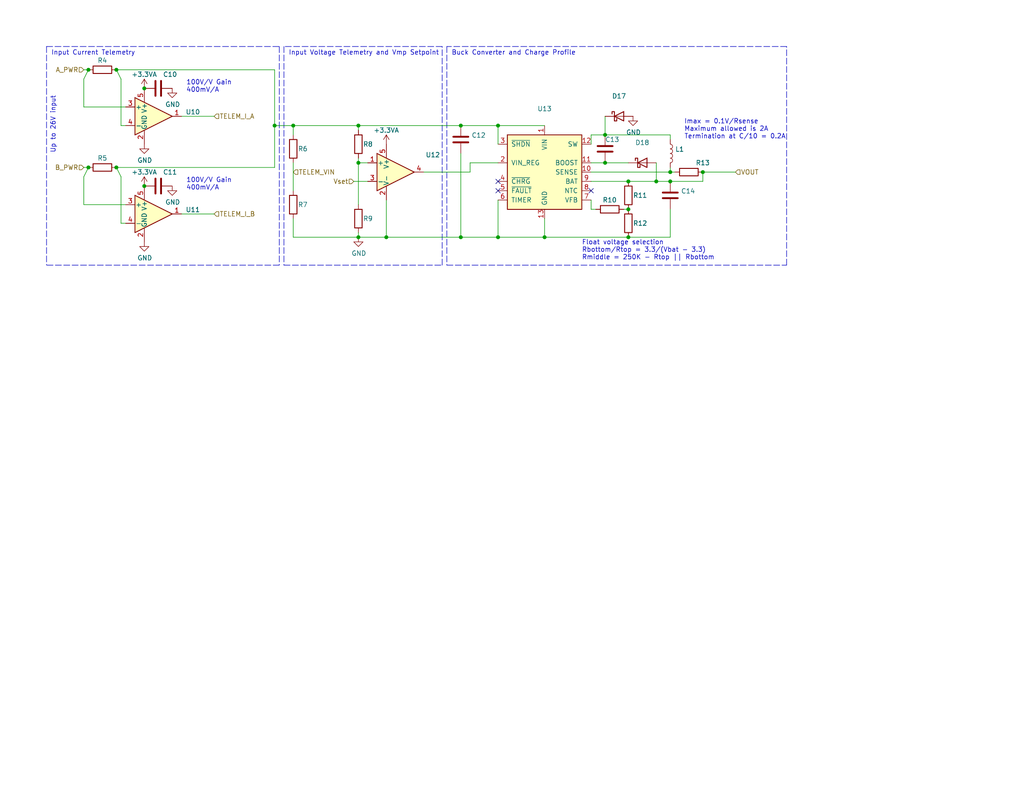
<source format=kicad_sch>
(kicad_sch (version 20211123) (generator eeschema)
  (paper "USLetter")
  (title_block (title "TJ Custom EPS") (rev "2") (company "TJHSST Nanosatellite Club") (comment 1 "MPPT Tracking buck converter") (comment 2 "Reads current and voltage telemetry, and uses an LT3652 to track MPPT") (comment 3 "Takes a voltage MPPT setpoint and power input") (comment 4 "Engineer: Alan Hsu"))
  (lib_symbols
    (symbol "Amplifier_Current:INA138" (pin_names (offset 0.127))
      (property "Reference" "U" (at 3.81 5.08 0))
      (property "Value" "INA138" (at 3.81 2.54 0))
      (symbol "INA138_0_1"
        (polyline (pts (xy -5.08 5.08) (xy 5.08 0) (xy -5.08 -5.08) (xy -5.08 5.08)) (stroke (width 0.254)) (fill (type background)))
      )
      (symbol "INA138_1_1"
        (pin output line (at 7.62 0 180) (length 2.54) (name "~") (number "1"))
        (pin power_in line (at -2.54 -7.62 90) (length 3.81) (name "GND") (number "2"))
        (pin input line (at -7.62 2.54 0) (length 2.54) (name "+") (number "3"))
        (pin input line (at -7.62 -2.54 0) (length 2.54) (name "-") (number "4"))
        (pin power_in line (at -2.54 7.62 270) (length 3.81) (name "V+") (number "5"))
      )
    )
    (symbol "Amplifier_Operational:LM321" (pin_names (offset 0.127))
      (property "Reference" "U" (at 0 7.62 0))
      (property "Value" "LM321" (at 0 5.08 0))
      (symbol "LM321_0_1"
        (polyline (pts (xy -5.08 5.08) (xy 5.08 0) (xy -5.08 -5.08) (xy -5.08 5.08)) (stroke (width 0.254)) (fill (type background)))
      )
      (symbol "LM321_1_1"
        (pin input line (at -7.62 2.54 0) (length 2.54) (name "+") (number "1"))
        (pin power_in line (at -2.54 -7.62 90) (length 3.81) (name "V-") (number "2"))
        (pin input line (at -7.62 -2.54 0) (length 2.54) (name "-") (number "3"))
        (pin output line (at 7.62 0 180) (length 2.54) (name "~") (number "4"))
        (pin power_in line (at -2.54 7.62 270) (length 3.81) (name "V+") (number "5"))
      )
    )
    (symbol "Battery_Management:LT3652EMSE" (pin_names (offset 1.016))
      (property "Reference" "U" (at -8.382 11.43 0))
      (property "Value" "LT3652EMSE" (at 1.778 11.684 0))
      (symbol "LT3652EMSE_0_1"
        (rectangle (start -10.16 10.16) (end 10.16 -10.16) (stroke (width 0.254)) (fill (type background)))
      )
      (symbol "LT3652EMSE_1_1"
        (pin power_in line (at 0 12.7 270) (length 2.54) (name "VIN") (number "1"))
        (pin input line (at 12.7 0 180) (length 2.54) (name "SENSE") (number "10"))
        (pin input line (at 12.7 2.54 180) (length 2.54) (name "BOOST") (number "11"))
        (pin output line (at 12.7 7.62 180) (length 2.54) (name "SW") (number "12"))
        (pin power_in line (at 0 -12.7 90) (length 2.54) (name "GND") (number "13"))
        (pin input line (at -12.7 2.54 0) (length 2.54) (name "VIN_REG") (number "2"))
        (pin input line (at -12.7 7.62 0) (length 2.54) (name "~{SHDN}") (number "3"))
        (pin open_collector line (at -12.7 -2.54 0) (length 2.54) (name "~{CHRG}") (number "4"))
        (pin open_collector line (at -12.7 -5.08 0) (length 2.54) (name "~{FAULT}") (number "5"))
        (pin output line (at -12.7 -7.62 0) (length 2.54) (name "TIMER") (number "6"))
        (pin input line (at 12.7 -7.62 180) (length 2.54) (name "VFB") (number "7"))
        (pin input line (at 12.7 -5.08 180) (length 2.54) (name "NTC") (number "8"))
        (pin output line (at 12.7 -2.54 180) (length 2.54) (name "BAT") (number "9"))
      )
    )
    (symbol "Device:C" (pin_numbers hide) (pin_names (offset 0.254))
      (property "Reference" "C" (at 0.635 2.54 0))
      (property "Value" "C" (at 0.635 -2.54 0))
      (symbol "C_0_1"
        (polyline (pts (xy -2.032 -0.762) (xy 2.032 -0.762)) (stroke (width 0.508)))
        (polyline (pts (xy -2.032 0.762) (xy 2.032 0.762)) (stroke (width 0.508)))
      )
      (symbol "C_1_1"
        (pin passive line (at 0 3.81 270) (length 2.794) (name "~") (number "1"))
        (pin passive line (at 0 -3.81 90) (length 2.794) (name "~") (number "2"))
      )
    )
    (symbol "Device:D_Schottky" (pin_numbers hide) (pin_names (offset 1.016) hide)
      (property "Reference" "D" (at 0 2.54 0))
      (property "Value" "D_Schottky" (at 0 -2.54 0))
      (symbol "D_Schottky_0_1"
        (polyline (pts (xy 1.27 0) (xy -1.27 0)))
        (polyline (pts (xy 1.27 1.27) (xy 1.27 -1.27) (xy -1.27 0) (xy 1.27 1.27)) (stroke (width 0.254)))
        (polyline (pts (xy -1.905 0.635) (xy -1.905 1.27) (xy -1.27 1.27) (xy -1.27 -1.27) (xy -0.635 -1.27) (xy -0.635 -0.635)) (stroke (width 0.254)))
      )
      (symbol "D_Schottky_1_1"
        (pin passive line (at -3.81 0 0) (length 2.54) (name "K") (number "1"))
        (pin passive line (at 3.81 0 180) (length 2.54) (name "A") (number "2"))
      )
    )
    (symbol "Device:L" (pin_numbers hide) (pin_names (offset 1.016) hide)
      (property "Reference" "L" (at -1.27 0 90))
      (property "Value" "L" (at 1.905 0 90))
      (symbol "L_0_1"
        (arc (start 0 -2.54) (mid 0.635 -1.905) (end 0 -1.27))
        (arc (start 0 -1.27) (mid 0.635 -0.635) (end 0 0))
        (arc (start 0 0) (mid 0.635 0.635) (end 0 1.27))
        (arc (start 0 1.27) (mid 0.635 1.905) (end 0 2.54))
      )
      (symbol "L_1_1"
        (pin passive line (at 0 3.81 270) (length 1.27) (name "1") (number "1"))
        (pin passive line (at 0 -3.81 90) (length 1.27) (name "2") (number "2"))
      )
    )
    (symbol "Device:R" (pin_numbers hide) (pin_names (offset 0))
      (property "Reference" "R" (at 2.032 0 90))
      (property "Value" "R" (at 0 0 90))
      (symbol "R_0_1"
        (rectangle (start -1.016 -2.54) (end 1.016 2.54) (stroke (width 0.254)))
      )
      (symbol "R_1_1"
        (pin passive line (at 0 3.81 270) (length 1.27) (name "~") (number "1"))
        (pin passive line (at 0 -3.81 90) (length 1.27) (name "~") (number "2"))
      )
    )
    (symbol "power:+3.3VA" (power) (pin_names (offset 0))
      (property "Value" "+3.3VA" (at 0 3.556 0))
      (symbol "+3.3VA_0_1"
        (polyline (pts (xy -0.762 1.27) (xy 0 2.54)))
        (polyline (pts (xy 0 0) (xy 0 2.54)))
        (polyline (pts (xy 0 2.54) (xy 0.762 1.27)))
      )
      (symbol "+3.3VA_1_1"
        (pin power_in line (at 0 0 90) (length 0) hide (name "+3.3VA") (number "1"))
      )
    )
    (symbol "power:GND" (power) (pin_names (offset 0))
      (property "Value" "GND" (at 0 -3.81 0))
      (symbol "GND_0_1"
        (polyline (pts (xy 0 0) (xy 0 -1.27) (xy 1.27 -1.27) (xy 0 -2.54) (xy -1.27 -1.27) (xy 0 -1.27)))
      )
      (symbol "GND_1_1"
        (pin power_in line (at 0 0 270) (length 0) hide (name "GND") (number "1"))
      )
    )
  )
  (junction (at 39.37 24.13))
  (junction (at 165.1 36.83))
  (junction (at 97.79 44.45))
  (junction (at 182.88 46.99))
  (junction (at 31.75 45.72))
  (junction (at 80.01 34.29))
  (junction (at 171.45 49.53))
  (junction (at 39.37 50.8))
  (junction (at 24.13 45.72))
  (junction (at 135.89 64.77))
  (junction (at 97.79 34.29))
  (junction (at 171.45 57.15))
  (junction (at 179.07 49.53))
  (junction (at 182.88 49.53))
  (junction (at 171.45 64.77))
  (junction (at 148.59 64.77))
  (junction (at 105.41 64.77))
  (junction (at 74.93 34.29))
  (junction (at 97.79 64.77))
  (junction (at 125.73 34.29))
  (junction (at 135.89 34.29))
  (junction (at 165.1 44.45))
  (junction (at 191.77 46.99))
  (junction (at 24.13 19.05))
  (junction (at 125.73 64.77))
  (junction (at 31.75 19.05))
  (no_connect (at 135.89 49.53))
  (no_connect (at 161.29 52.07))
  (no_connect (at 135.89 52.07))
  (wire (pts (xy 22.86 21.59) (xy 22.86 29.21)))
  (wire (pts (xy 165.1 44.45) (xy 171.45 44.45)))
  (wire (pts (xy 97.79 44.45) (xy 97.79 55.88)))
  (wire (pts (xy 24.13 19.05) (xy 22.86 21.59)))
  (wire (pts (xy 80.01 34.29) (xy 97.79 34.29)))
  (polyline (pts (xy 214.63 72.39) (xy 214.63 12.7)))
  (wire (pts (xy 24.13 45.72) (xy 22.86 48.26)))
  (wire (pts (xy 148.59 59.69) (xy 148.59 64.77)))
  (polyline (pts (xy 77.47 72.39) (xy 120.65 72.39)))
  (wire (pts (xy 74.93 34.29) (xy 74.93 45.72)))
  (wire (pts (xy 33.02 48.26) (xy 33.02 60.96)))
  (wire (pts (xy 24.13 19.05) (xy 22.86 19.05)))
  (polyline (pts (xy 76.2 12.7) (xy 76.2 72.39)))
  (wire (pts (xy 80.01 36.83) (xy 80.01 34.29)))
  (wire (pts (xy 179.07 49.53) (xy 182.88 49.53)))
  (wire (pts (xy 80.01 44.45) (xy 80.01 52.07)))
  (wire (pts (xy 182.88 38.1) (xy 182.88 36.83)))
  (wire (pts (xy 161.29 46.99) (xy 182.88 46.99)))
  (wire (pts (xy 182.88 64.77) (xy 182.88 57.15)))
  (wire (pts (xy 182.88 46.99) (xy 182.88 45.72)))
  (wire (pts (xy 182.88 49.53) (xy 191.77 49.53)))
  (wire (pts (xy 165.1 36.83) (xy 165.1 31.75)))
  (wire (pts (xy 115.57 46.99) (xy 128.27 46.99)))
  (wire (pts (xy 179.07 44.45) (xy 179.07 49.53)))
  (wire (pts (xy 24.13 45.72) (xy 22.86 45.72)))
  (wire (pts (xy 97.79 63.5) (xy 97.79 64.77)))
  (wire (pts (xy 33.02 48.26) (xy 31.75 45.72)))
  (wire (pts (xy 22.86 55.88) (xy 34.29 55.88)))
  (polyline (pts (xy 12.7 12.7) (xy 76.2 12.7)))
  (wire (pts (xy 165.1 36.83) (xy 161.29 36.83)))
  (wire (pts (xy 100.33 44.45) (xy 97.79 44.45)))
  (wire (pts (xy 97.79 43.18) (xy 97.79 44.45)))
  (wire (pts (xy 171.45 64.77) (xy 182.88 64.77)))
  (wire (pts (xy 191.77 49.53) (xy 191.77 46.99)))
  (wire (pts (xy 97.79 34.29) (xy 125.73 34.29)))
  (wire (pts (xy 171.45 49.53) (xy 179.07 49.53)))
  (wire (pts (xy 161.29 57.15) (xy 161.29 54.61)))
  (wire (pts (xy 165.1 36.83) (xy 182.88 36.83)))
  (polyline (pts (xy 77.47 12.7) (xy 77.47 72.39)))
  (polyline (pts (xy 12.7 12.7) (xy 12.7 72.39)))
  (wire (pts (xy 22.86 48.26) (xy 22.86 55.88)))
  (wire (pts (xy 161.29 36.83) (xy 161.29 39.37)))
  (wire (pts (xy 125.73 41.91) (xy 125.73 64.77)))
  (wire (pts (xy 162.56 57.15) (xy 161.29 57.15)))
  (wire (pts (xy 135.89 64.77) (xy 125.73 64.77)))
  (wire (pts (xy 49.53 31.75) (xy 58.42 31.75)))
  (wire (pts (xy 22.86 29.21) (xy 34.29 29.21)))
  (polyline (pts (xy 120.65 12.7) (xy 77.47 12.7)))
  (wire (pts (xy 80.01 64.77) (xy 97.79 64.77)))
  (wire (pts (xy 31.75 45.72) (xy 74.93 45.72)))
  (wire (pts (xy 135.89 39.37) (xy 135.89 34.29)))
  (wire (pts (xy 171.45 49.53) (xy 161.29 49.53)))
  (wire (pts (xy 97.79 35.56) (xy 97.79 34.29)))
  (wire (pts (xy 96.52 49.53) (xy 100.33 49.53)))
  (polyline (pts (xy 121.92 72.39) (xy 214.63 72.39)))
  (wire (pts (xy 74.93 19.05) (xy 74.93 34.29)))
  (wire (pts (xy 33.02 21.59) (xy 33.02 34.29)))
  (wire (pts (xy 161.29 44.45) (xy 165.1 44.45)))
  (wire (pts (xy 148.59 64.77) (xy 135.89 64.77)))
  (wire (pts (xy 105.41 64.77) (xy 125.73 64.77)))
  (wire (pts (xy 49.53 58.42) (xy 58.42 58.42)))
  (wire (pts (xy 128.27 44.45) (xy 135.89 44.45)))
  (wire (pts (xy 80.01 59.69) (xy 80.01 64.77)))
  (wire (pts (xy 33.02 60.96) (xy 34.29 60.96)))
  (wire (pts (xy 105.41 54.61) (xy 105.41 64.77)))
  (polyline (pts (xy 120.65 72.39) (xy 120.65 12.7)))
  (wire (pts (xy 171.45 57.15) (xy 170.18 57.15)))
  (polyline (pts (xy 214.63 12.7) (xy 121.92 12.7)))
  (wire (pts (xy 31.75 19.05) (xy 74.93 19.05)))
  (wire (pts (xy 135.89 54.61) (xy 135.89 64.77)))
  (wire (pts (xy 171.45 64.77) (xy 148.59 64.77)))
  (wire (pts (xy 191.77 46.99) (xy 200.66 46.99)))
  (wire (pts (xy 80.01 34.29) (xy 74.93 34.29)))
  (polyline (pts (xy 121.92 12.7) (xy 121.92 72.39)))
  (wire (pts (xy 105.41 64.77) (xy 97.79 64.77)))
  (wire (pts (xy 135.89 34.29) (xy 125.73 34.29)))
  (polyline (pts (xy 76.2 72.39) (xy 12.7 72.39)))
  (wire (pts (xy 135.89 34.29) (xy 148.59 34.29)))
  (wire (pts (xy 184.15 46.99) (xy 182.88 46.99)))
  (wire (pts (xy 128.27 46.99) (xy 128.27 44.45)))
  (wire (pts (xy 33.02 34.29) (xy 34.29 34.29)))
  (wire (pts (xy 33.02 21.59) (xy 31.75 19.05)))
  (text "100V/V Gain\n400mV/A" (at 50.8 52.07 0) (effects (font (size 1.27 1.27)) (justify left bottom)))
  (text "Imax = 0.1V/Rsense\nMaximum allowed is 2A\nTermination at C/10 = 0.2A" (at 186.69 38.1 0) (effects (font (size 1.27 1.27)) (justify left bottom)))
  (text "Float voltage selection\nRbottom/Rtop = 3.3/(Vbat - 3.3)\nRmiddle = 250K - Rtop || Rbottom\n" (at 158.75 71.12 0) (effects (font (size 1.27 1.27)) (justify left bottom)))
  (text "Buck Converter and Charge Profile" (at 123.19 15.24 0) (effects (font (size 1.27 1.27)) (justify left bottom)))
  (text "100V/V Gain\n400mV/A" (at 50.8 25.4 0) (effects (font (size 1.27 1.27)) (justify left bottom)))
  (text "Input Current Telemetry" (at 13.97 15.24 0) (effects (font (size 1.27 1.27)) (justify left bottom)))
  (text "Up to 26V input" (at 15.24 41.91 90) (effects (font (size 1.27 1.27)) (justify left bottom)))
  (text "Input Voltage Telemetry and Vmp Setpoint" (at 78.74 15.24 0) (effects (font (size 1.27 1.27)) (justify left bottom)))
  (hierarchical_label "Vset" (shape input) (at 96.52 49.53 180))
  (hierarchical_label "B_PWR" (shape input) (at 22.86 45.72 180))
  (hierarchical_label "TELEM_I_B" (shape input) (at 58.42 58.42 0))
  (hierarchical_label "VOUT" (shape input) (at 200.66 46.99 0))
  (hierarchical_label "A_PWR" (shape input) (at 22.86 19.05 180))
  (hierarchical_label "TELEM_VIN" (shape input) (at 80.01 46.99 0))
  (hierarchical_label "TELEM_I_A" (shape input) (at 58.42 31.75 0))
  (symbol (lib_id "Device:R") (at 80.01 40.64 0) (unit 1)
    (property "Reference" "R6" (at 81.28 40.64 0) (effects (justify left)))
  )
  (symbol (lib_id "Device:R") (at 80.01 55.88 0) (unit 1)
    (property "Reference" "R7" (at 81.28 55.88 0) (effects (justify left)))
  )
  (symbol (lib_id "Battery_Management:LT3652EMSE") (at 148.59 46.99 0) (unit 1)
    (property "Reference" "U13" (at 148.59 29.6926 0))
    (property "Datasheet" "https://www.analog.com/media/en/technical-documentation/data-sheets/3652fe.pdf" (effects hide))
  )
  (symbol (lib_id "Device:R") (at 97.79 39.37 0) (unit 1)
    (property "Reference" "R8" (at 99.06 39.37 0) (effects (justify left)))
  )
  (symbol (lib_id "Device:R") (at 97.79 59.69 0) (unit 1)
    (property "Reference" "R9" (at 99.06 59.69 0) (effects (justify left)))
  )
  (symbol (lib_id "power:GND") (at 97.79 64.77 0) (unit 1)
    (property "Reference" "#PWR026" (effects hide))
  )
  (symbol (lib_id "Device:C") (at 125.73 38.1 0) (unit 1)
    (property "Reference" "C12" (at 128.651 36.9316 0) (effects (justify left)))
  )
  (symbol (lib_id "Device:R") (at 166.37 57.15 270) (unit 1)
    (property "Reference" "R10" (at 166.37 54.61 90))
  )
  (symbol (lib_id "Device:R") (at 171.45 60.96 180) (unit 1)
    (property "Reference" "R12" (at 172.72 60.96 0) (effects (justify right)))
  )
  (symbol (lib_id "Device:R") (at 171.45 53.34 180) (unit 1)
    (property "Reference" "R11" (at 172.72 53.34 0) (effects (justify right)))
  )
  (symbol (lib_id "Device:D_Schottky") (at 175.26 44.45 0) (unit 1)
    (property "Reference" "D18" (at 175.26 38.9382 0))
  )
  (symbol (lib_id "Device:C") (at 165.1 40.64 0) (unit 1)
    (property "Reference" "C13" (at 165.1 38.1 0) (effects (justify left)))
  )
  (symbol (lib_id "Device:D_Schottky") (at 168.91 31.75 0) (unit 1)
    (property "Reference" "D17" (at 168.91 26.2382 0))
  )
  (symbol (lib_id "power:GND") (at 172.72 31.75 0) (unit 1)
    (property "Reference" "#PWR028" (effects hide))
  )
  (symbol (lib_id "Device:L") (at 182.88 41.91 0) (unit 1)
    (property "Reference" "L1" (at 184.2262 40.7416 0) (effects (justify left)))
  )
  (symbol (lib_id "Device:R") (at 187.96 46.99 270) (unit 1)
    (property "Reference" "R13" (at 191.77 44.45 90))
  )
  (symbol (lib_id "Device:C") (at 182.88 53.34 0) (unit 1)
    (property "Reference" "C14" (at 185.801 52.1716 0) (effects (justify left)))
  )
  (symbol (lib_id "power:GND") (at 39.37 39.37 0) (unit 1)
    (property "Reference" "#PWR021" (effects hide))
  )
  (symbol (lib_id "Device:R") (at 27.94 19.05 270) (unit 1)
    (property "Reference" "R4" (at 27.94 16.51 90))
  )
  (symbol (lib_id "Amplifier_Current:INA138") (at 41.91 31.75 0) (unit 1)
    (property "Reference" "U10" (at 50.6476 30.5816 0) (effects (justify left)))
    (property "Datasheet" "http://www.ti.com/lit/ds/symlink/ina138.pdf" (effects hide))
  )
  (symbol (lib_id "Device:C") (at 43.18 24.13 90) (unit 1)
    (property "Reference" "C10" (at 44.45 20.32 90) (effects (justify right)))
  )
  (symbol (lib_id "power:GND") (at 46.99 24.13 0) (unit 1)
    (property "Reference" "#PWR024" (effects hide))
  )
  (symbol (lib_id "power:+3.3VA") (at 39.37 24.13 0) (unit 1)
    (property "Reference" "#PWR020" (effects hide))
  )
  (symbol (lib_id "power:GND") (at 39.37 66.04 0) (unit 1)
    (property "Reference" "#PWR023" (effects hide))
  )
  (symbol (lib_id "Device:R") (at 27.94 45.72 270) (unit 1)
    (property "Reference" "R5" (at 27.94 43.18 90))
  )
  (symbol (lib_id "Amplifier_Current:INA138") (at 41.91 58.42 0) (unit 1)
    (property "Reference" "U11" (at 50.6476 57.2516 0) (effects (justify left)))
    (property "Datasheet" "http://www.ti.com/lit/ds/symlink/ina138.pdf" (effects hide))
  )
  (symbol (lib_id "Device:C") (at 43.18 50.8 90) (unit 1)
    (property "Reference" "C11" (at 44.45 46.99 90) (effects (justify right)))
  )
  (symbol (lib_id "power:GND") (at 46.99 50.8 0) (unit 1)
    (property "Reference" "#PWR025" (effects hide))
  )
  (symbol (lib_id "power:+3.3VA") (at 39.37 50.8 0) (unit 1)
    (property "Reference" "#PWR022" (effects hide))
  )
  (symbol (lib_id "power:+3.3VA") (at 105.41 39.37 0) (unit 1)
    (property "Reference" "#PWR027" (effects hide))
  )
  (symbol (lib_id "Amplifier_Operational:LM321") (at 107.95 46.99 0) (unit 1)
    (property "Reference" "U12" (at 118.11 42.291 0))
    (property "Datasheet" "http://www.ti.com/lit/ds/symlink/lm321.pdf" (effects hide))
  )
)
</source>
